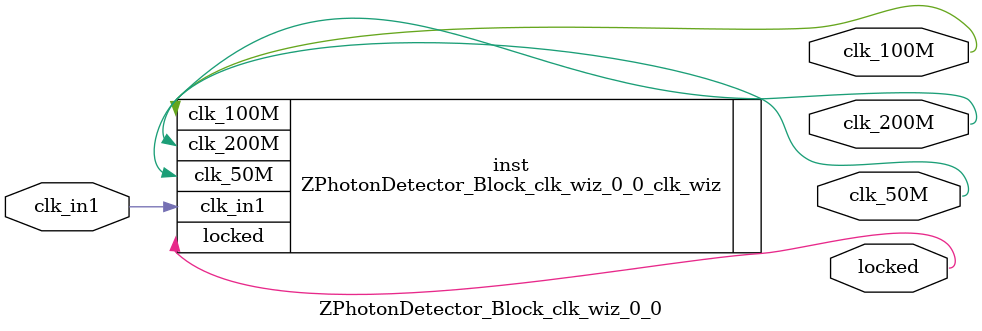
<source format=v>


`timescale 1ps/1ps

(* CORE_GENERATION_INFO = "ZPhotonDetector_Block_clk_wiz_0_0,clk_wiz_v6_0_12_0_0,{component_name=ZPhotonDetector_Block_clk_wiz_0_0,use_phase_alignment=true,use_min_o_jitter=false,use_max_i_jitter=false,use_dyn_phase_shift=false,use_inclk_switchover=false,use_dyn_reconfig=false,enable_axi=0,feedback_source=FDBK_AUTO,PRIMITIVE=PLL,num_out_clk=3,clkin1_period=10.000,clkin2_period=10.000,use_power_down=false,use_reset=false,use_locked=true,use_inclk_stopped=false,feedback_type=SINGLE,CLOCK_MGR_TYPE=NA,manual_override=false}" *)

module ZPhotonDetector_Block_clk_wiz_0_0 
 (
  // Clock out ports
  output        clk_100M,
  output        clk_200M,
  output        clk_50M,
  // Status and control signals
  output        locked,
 // Clock in ports
  input         clk_in1
 );

  ZPhotonDetector_Block_clk_wiz_0_0_clk_wiz inst
  (
  // Clock out ports  
  .clk_100M(clk_100M),
  .clk_200M(clk_200M),
  .clk_50M(clk_50M),
  // Status and control signals               
  .locked(locked),
 // Clock in ports
  .clk_in1(clk_in1)
  );

endmodule

</source>
